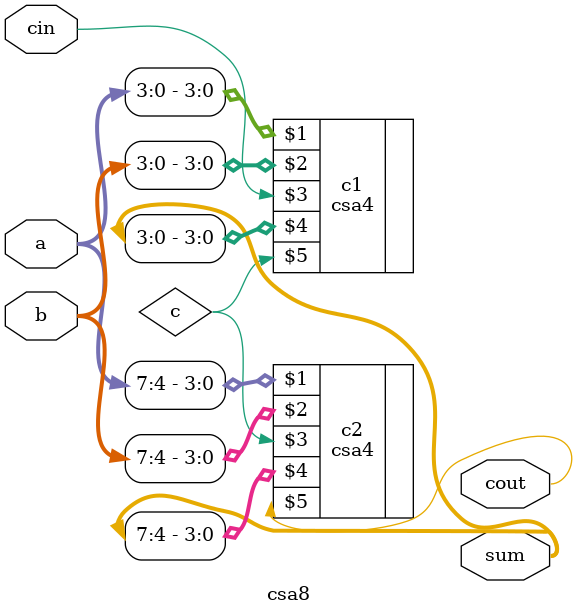
<source format=v>
`timescale 1ns / 1ps


module csa8(input [7:0]a,input [7:0]b,input cin,output [7:0]sum,output cout

    );
wire c;
csa4 c1(a[3:0],b[3:0],cin,sum[3:0],c);
csa4 c2(a[7:4],b[7:4],c,sum[7:4],cout);
endmodule

</source>
